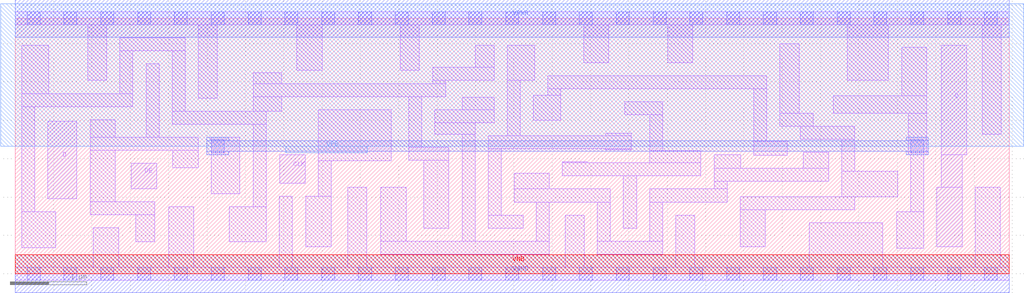
<source format=lef>
# Copyright 2020 The SkyWater PDK Authors
#
# Licensed under the Apache License, Version 2.0 (the "License");
# you may not use this file except in compliance with the License.
# You may obtain a copy of the License at
#
#     https://www.apache.org/licenses/LICENSE-2.0
#
# Unless required by applicable law or agreed to in writing, software
# distributed under the License is distributed on an "AS IS" BASIS,
# WITHOUT WARRANTIES OR CONDITIONS OF ANY KIND, either express or implied.
# See the License for the specific language governing permissions and
# limitations under the License.
#
# SPDX-License-Identifier: Apache-2.0

VERSION 5.7 ;
  NOWIREEXTENSIONATPIN ON ;
  DIVIDERCHAR "/" ;
  BUSBITCHARS "[]" ;
MACRO sky130_fd_sc_ls__edfxtp_1
  CLASS CORE ;
  FOREIGN sky130_fd_sc_ls__edfxtp_1 ;
  ORIGIN  0.000000  0.000000 ;
  SIZE  12.96000 BY  3.330000 ;
  SYMMETRY X Y ;
  SITE unit ;
  PIN D
    ANTENNAGATEAREA  0.126000 ;
    DIRECTION INPUT ;
    USE SIGNAL ;
    PORT
      LAYER li1 ;
        RECT 0.425000 0.980000 0.805000 1.990000 ;
    END
  END D
  PIN DE
    ANTENNAGATEAREA  0.285000 ;
    DIRECTION INPUT ;
    USE SIGNAL ;
    PORT
      LAYER li1 ;
        RECT 1.515000 1.110000 1.845000 1.440000 ;
    END
  END DE
  PIN Q
    ANTENNADIFFAREA  0.518900 ;
    DIRECTION OUTPUT ;
    USE SIGNAL ;
    PORT
      LAYER li1 ;
        RECT 12.015000 0.350000 12.345000 1.130000 ;
        RECT 12.075000 1.130000 12.345000 1.550000 ;
        RECT 12.075000 1.550000 12.405000 2.980000 ;
    END
  END Q
  PIN CLK
    ANTENNAGATEAREA  0.279000 ;
    DIRECTION INPUT ;
    USE CLOCK ;
    PORT
      LAYER li1 ;
        RECT 3.450000 1.180000 3.780000 1.550000 ;
    END
  END CLK
  PIN VGND
    DIRECTION INOUT ;
    SHAPE ABUTMENT ;
    USE GROUND ;
    PORT
      LAYER met1 ;
        RECT 0.000000 -0.245000 12.960000 0.245000 ;
    END
  END VGND
  PIN VNB
    DIRECTION INOUT ;
    USE GROUND ;
    PORT
      LAYER pwell ;
        RECT 0.000000 0.000000 12.960000 0.245000 ;
    END
  END VNB
  PIN VPB
    DIRECTION INOUT ;
    USE POWER ;
    PORT
      LAYER nwell ;
        RECT -0.190000 1.660000 13.150000 3.520000 ;
        RECT  3.525000 1.580000  4.590000 1.660000 ;
    END
  END VPB
  PIN VPWR
    DIRECTION INOUT ;
    SHAPE ABUTMENT ;
    USE POWER ;
    PORT
      LAYER met1 ;
        RECT 0.000000 3.085000 12.960000 3.575000 ;
    END
  END VPWR
  OBS
    LAYER li1 ;
      RECT  0.000000 -0.085000 12.960000 0.085000 ;
      RECT  0.000000  3.245000 12.960000 3.415000 ;
      RECT  0.085000  0.340000  0.530000 0.810000 ;
      RECT  0.085000  0.810000  0.255000 2.180000 ;
      RECT  0.085000  2.180000  1.535000 2.350000 ;
      RECT  0.085000  2.350000  0.435000 2.980000 ;
      RECT  0.945000  2.520000  1.195000 3.245000 ;
      RECT  0.975000  0.770000  1.820000 0.940000 ;
      RECT  0.975000  0.940000  1.305000 1.610000 ;
      RECT  0.975000  1.610000  2.385000 1.780000 ;
      RECT  0.975000  1.780000  1.305000 2.010000 ;
      RECT  1.020000  0.085000  1.350000 0.600000 ;
      RECT  1.365000  2.350000  1.535000 2.905000 ;
      RECT  1.365000  2.905000  2.215000 3.075000 ;
      RECT  1.570000  0.415000  1.820000 0.770000 ;
      RECT  1.705000  1.780000  1.875000 2.735000 ;
      RECT  2.000000  0.085000  2.330000 0.875000 ;
      RECT  2.045000  1.950000  3.270000 2.120000 ;
      RECT  2.045000  2.120000  2.215000 2.905000 ;
      RECT  2.055000  1.385000  2.385000 1.610000 ;
      RECT  2.385000  2.290000  2.635000 3.245000 ;
      RECT  2.555000  1.045000  2.930000 1.780000 ;
      RECT  2.790000  0.415000  3.270000 0.875000 ;
      RECT  3.100000  0.875000  3.270000 1.950000 ;
      RECT  3.100000  2.120000  3.475000 2.310000 ;
      RECT  3.100000  2.310000  5.610000 2.480000 ;
      RECT  3.100000  2.480000  3.475000 2.620000 ;
      RECT  3.440000  0.085000  3.610000 1.010000 ;
      RECT  3.670000  2.650000  4.000000 3.245000 ;
      RECT  3.790000  0.350000  4.120000 1.010000 ;
      RECT  3.950000  1.010000  4.120000 1.470000 ;
      RECT  3.950000  1.470000  4.900000 2.140000 ;
      RECT  4.335000  0.085000  4.585000 1.130000 ;
      RECT  4.765000  0.255000  6.960000 0.425000 ;
      RECT  4.765000  0.425000  5.095000 1.130000 ;
      RECT  5.020000  2.650000  5.270000 3.245000 ;
      RECT  5.130000  1.480000  5.655000 1.650000 ;
      RECT  5.130000  1.650000  5.300000 2.310000 ;
      RECT  5.325000  0.595000  5.655000 1.480000 ;
      RECT  5.440000  2.480000  5.610000 2.520000 ;
      RECT  5.440000  2.520000  6.245000 2.690000 ;
      RECT  5.470000  1.820000  5.995000 1.970000 ;
      RECT  5.470000  1.970000  6.245000 2.140000 ;
      RECT  5.825000  0.425000  5.995000 1.820000 ;
      RECT  5.825000  2.140000  6.245000 2.300000 ;
      RECT  5.995000  2.690000  6.245000 2.980000 ;
      RECT  6.165000  0.595000  6.620000 0.765000 ;
      RECT  6.165000  0.765000  6.335000 1.630000 ;
      RECT  6.165000  1.630000  8.030000 1.800000 ;
      RECT  6.415000  1.800000  6.585000 2.520000 ;
      RECT  6.415000  2.520000  6.775000 2.980000 ;
      RECT  6.505000  0.935000  7.760000 1.105000 ;
      RECT  6.505000  1.105000  6.960000 1.310000 ;
      RECT  6.755000  2.000000  7.115000 2.330000 ;
      RECT  6.790000  0.425000  6.960000 0.935000 ;
      RECT  6.945000  2.330000  7.115000 2.410000 ;
      RECT  6.945000  2.410000  9.800000 2.580000 ;
      RECT  7.130000  1.275000  8.940000 1.445000 ;
      RECT  7.130000  1.445000  7.460000 1.460000 ;
      RECT  7.170000  0.085000  7.420000 0.765000 ;
      RECT  7.410000  2.750000  7.740000 3.245000 ;
      RECT  7.590000  0.255000  8.440000 0.425000 ;
      RECT  7.590000  0.425000  7.760000 0.935000 ;
      RECT  7.700000  1.615000  8.030000 1.630000 ;
      RECT  7.700000  1.800000  8.030000 1.830000 ;
      RECT  7.930000  0.595000  8.100000 1.275000 ;
      RECT  7.945000  2.070000  8.440000 2.240000 ;
      RECT  8.270000  0.425000  8.440000 0.935000 ;
      RECT  8.270000  0.935000  9.280000 1.105000 ;
      RECT  8.270000  1.445000  8.940000 1.605000 ;
      RECT  8.270000  1.605000  8.440000 2.070000 ;
      RECT  8.505000  2.750000  8.835000 3.245000 ;
      RECT  8.610000  0.085000  8.860000 0.765000 ;
      RECT  9.110000  1.105000  9.280000 1.205000 ;
      RECT  9.110000  1.205000 10.605000 1.375000 ;
      RECT  9.110000  1.375000  9.460000 1.550000 ;
      RECT  9.450000  0.350000  9.780000 0.835000 ;
      RECT  9.450000  0.835000 10.945000 1.005000 ;
      RECT  9.630000  1.545000 10.065000 1.725000 ;
      RECT  9.630000  1.725000  9.800000 2.410000 ;
      RECT  9.970000  1.925000 10.405000 2.095000 ;
      RECT  9.970000  2.095000 10.220000 3.000000 ;
      RECT 10.235000  1.755000 10.945000 1.925000 ;
      RECT 10.275000  1.375000 10.605000 1.585000 ;
      RECT 10.350000  0.085000 11.310000 0.665000 ;
      RECT 10.665000  2.095000 11.885000 2.320000 ;
      RECT 10.775000  1.005000 11.505000 1.335000 ;
      RECT 10.775000  1.335000 10.945000 1.755000 ;
      RECT 10.845000  2.525000 11.385000 3.245000 ;
      RECT 11.490000  0.335000 11.845000 0.810000 ;
      RECT 11.555000  2.320000 11.885000 2.950000 ;
      RECT 11.645000  1.550000 11.885000 2.095000 ;
      RECT 11.675000  0.810000 11.845000 1.550000 ;
      RECT 12.515000  0.085000 12.845000 1.130000 ;
      RECT 12.605000  1.820000 12.855000 3.245000 ;
    LAYER mcon ;
      RECT  0.155000 -0.085000  0.325000 0.085000 ;
      RECT  0.155000  3.245000  0.325000 3.415000 ;
      RECT  0.635000 -0.085000  0.805000 0.085000 ;
      RECT  0.635000  3.245000  0.805000 3.415000 ;
      RECT  1.115000 -0.085000  1.285000 0.085000 ;
      RECT  1.115000  3.245000  1.285000 3.415000 ;
      RECT  1.595000 -0.085000  1.765000 0.085000 ;
      RECT  1.595000  3.245000  1.765000 3.415000 ;
      RECT  2.075000 -0.085000  2.245000 0.085000 ;
      RECT  2.075000  3.245000  2.245000 3.415000 ;
      RECT  2.555000 -0.085000  2.725000 0.085000 ;
      RECT  2.555000  1.580000  2.725000 1.750000 ;
      RECT  2.555000  3.245000  2.725000 3.415000 ;
      RECT  3.035000 -0.085000  3.205000 0.085000 ;
      RECT  3.035000  3.245000  3.205000 3.415000 ;
      RECT  3.515000 -0.085000  3.685000 0.085000 ;
      RECT  3.515000  3.245000  3.685000 3.415000 ;
      RECT  3.995000 -0.085000  4.165000 0.085000 ;
      RECT  3.995000  3.245000  4.165000 3.415000 ;
      RECT  4.475000 -0.085000  4.645000 0.085000 ;
      RECT  4.475000  3.245000  4.645000 3.415000 ;
      RECT  4.955000 -0.085000  5.125000 0.085000 ;
      RECT  4.955000  3.245000  5.125000 3.415000 ;
      RECT  5.435000 -0.085000  5.605000 0.085000 ;
      RECT  5.435000  3.245000  5.605000 3.415000 ;
      RECT  5.915000 -0.085000  6.085000 0.085000 ;
      RECT  5.915000  3.245000  6.085000 3.415000 ;
      RECT  6.395000 -0.085000  6.565000 0.085000 ;
      RECT  6.395000  3.245000  6.565000 3.415000 ;
      RECT  6.875000 -0.085000  7.045000 0.085000 ;
      RECT  6.875000  3.245000  7.045000 3.415000 ;
      RECT  7.355000 -0.085000  7.525000 0.085000 ;
      RECT  7.355000  3.245000  7.525000 3.415000 ;
      RECT  7.835000 -0.085000  8.005000 0.085000 ;
      RECT  7.835000  3.245000  8.005000 3.415000 ;
      RECT  8.315000 -0.085000  8.485000 0.085000 ;
      RECT  8.315000  3.245000  8.485000 3.415000 ;
      RECT  8.795000 -0.085000  8.965000 0.085000 ;
      RECT  8.795000  3.245000  8.965000 3.415000 ;
      RECT  9.275000 -0.085000  9.445000 0.085000 ;
      RECT  9.275000  3.245000  9.445000 3.415000 ;
      RECT  9.755000 -0.085000  9.925000 0.085000 ;
      RECT  9.755000  3.245000  9.925000 3.415000 ;
      RECT 10.235000 -0.085000 10.405000 0.085000 ;
      RECT 10.235000  3.245000 10.405000 3.415000 ;
      RECT 10.715000 -0.085000 10.885000 0.085000 ;
      RECT 10.715000  3.245000 10.885000 3.415000 ;
      RECT 11.195000 -0.085000 11.365000 0.085000 ;
      RECT 11.195000  3.245000 11.365000 3.415000 ;
      RECT 11.675000 -0.085000 11.845000 0.085000 ;
      RECT 11.675000  1.580000 11.845000 1.750000 ;
      RECT 11.675000  3.245000 11.845000 3.415000 ;
      RECT 12.155000 -0.085000 12.325000 0.085000 ;
      RECT 12.155000  3.245000 12.325000 3.415000 ;
      RECT 12.635000 -0.085000 12.805000 0.085000 ;
      RECT 12.635000  3.245000 12.805000 3.415000 ;
    LAYER met1 ;
      RECT  2.495000 1.550000  2.785000 1.595000 ;
      RECT  2.495000 1.595000 11.905000 1.735000 ;
      RECT  2.495000 1.735000  2.785000 1.780000 ;
      RECT 11.615000 1.550000 11.905000 1.595000 ;
      RECT 11.615000 1.735000 11.905000 1.780000 ;
  END
END sky130_fd_sc_ls__edfxtp_1
END LIBRARY

</source>
